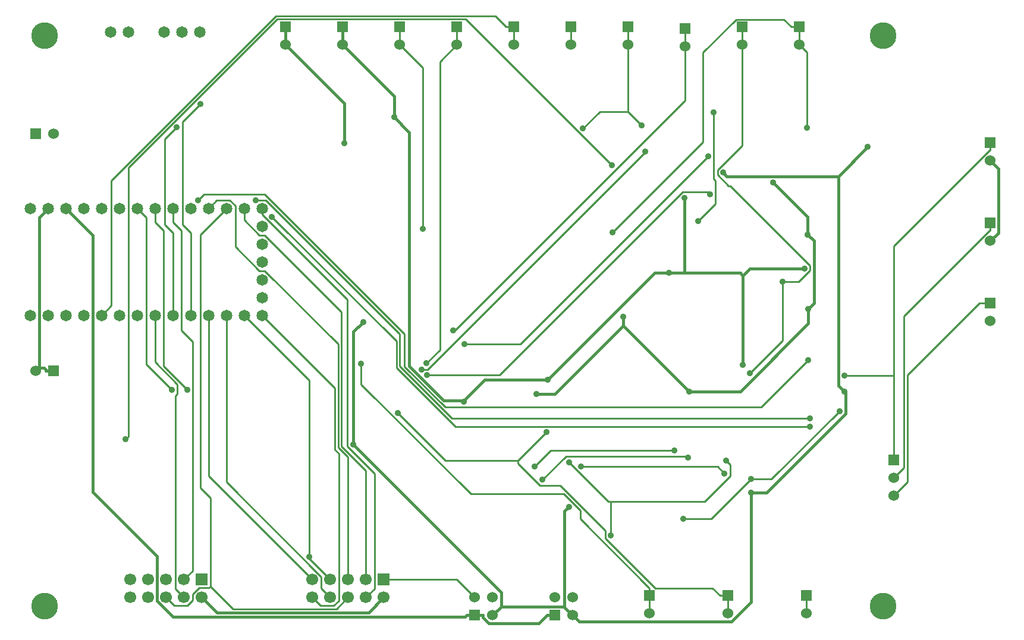
<source format=gbl>
%TF.GenerationSoftware,KiCad,Pcbnew,5.1.7-a382d34a8~87~ubuntu18.04.1*%
%TF.CreationDate,2023-01-07T11:56:03-08:00*%
%TF.ProjectId,potentiostat,706f7465-6e74-4696-9f73-7461742e6b69,rev?*%
%TF.SameCoordinates,Original*%
%TF.FileFunction,Copper,L2,Bot*%
%TF.FilePolarity,Positive*%
%FSLAX46Y46*%
G04 Gerber Fmt 4.6, Leading zero omitted, Abs format (unit mm)*
G04 Created by KiCad (PCBNEW 5.1.7-a382d34a8~87~ubuntu18.04.1) date 2023-01-07 11:56:03*
%MOMM*%
%LPD*%
G01*
G04 APERTURE LIST*
%TA.AperFunction,ComponentPad*%
%ADD10C,1.651000*%
%TD*%
%TA.AperFunction,ComponentPad*%
%ADD11R,1.524000X1.524000*%
%TD*%
%TA.AperFunction,ComponentPad*%
%ADD12C,1.524000*%
%TD*%
%TA.AperFunction,ComponentPad*%
%ADD13C,1.700000*%
%TD*%
%TA.AperFunction,ComponentPad*%
%ADD14R,1.700000X1.700000*%
%TD*%
%TA.AperFunction,ComponentPad*%
%ADD15C,3.810000*%
%TD*%
%TA.AperFunction,ViaPad*%
%ADD16C,0.889000*%
%TD*%
%TA.AperFunction,Conductor*%
%ADD17C,0.381000*%
%TD*%
%TA.AperFunction,Conductor*%
%ADD18C,0.254000*%
%TD*%
G04 APERTURE END LIST*
D10*
%TO.P,U2,33*%
%TO.N,Net-(U2-Pad33)*%
X52540000Y-79180000D03*
%TO.P,U2,32*%
%TO.N,/GND*%
X55080000Y-79180000D03*
%TO.P,U2,31*%
%TO.N,/5V*%
X57620000Y-79180000D03*
%TO.P,U2,30*%
%TO.N,/SW_WRK_ELECT*%
X60160000Y-79180000D03*
%TO.P,U2,29*%
%TO.N,/SW_REF_ELECT*%
X62700000Y-79180000D03*
%TO.P,U2,28*%
%TO.N,/SW_CTR_ELECT*%
X65240000Y-79180000D03*
%TO.P,U2,27*%
%TO.N,/TIA_GAIN_A1*%
X67780000Y-79180000D03*
%TO.P,U2,26*%
%TO.N,/TIA_GAIN_A0*%
X70320000Y-79180000D03*
%TO.P,U2,25*%
%TO.N,/D7*%
X72860000Y-79180000D03*
%TO.P,U2,24*%
%TO.N,Net-(U2-Pad24)*%
X75400000Y-79180000D03*
%TO.P,U2,23*%
%TO.N,/SCL*%
X77940000Y-79180000D03*
%TO.P,U2,22*%
%TO.N,/SDA*%
X80480000Y-79180000D03*
%TO.P,U2,21*%
%TO.N,/TX_D1*%
X83020000Y-79180000D03*
%TO.P,U2,20*%
%TO.N,/RX_D0*%
X85560000Y-79180000D03*
%TO.P,U2,19*%
%TO.N,/DAC_GAIN_A1*%
X85560000Y-81720000D03*
%TO.P,U2,18*%
%TO.N,/DAC_GAIN_A0*%
X85560000Y-84260000D03*
%TO.P,U2,17*%
%TO.N,Net-(U2-Pad17)*%
X85560000Y-86800000D03*
%TO.P,U2,16*%
%TO.N,Net-(U2-Pad16)*%
X85560000Y-89340000D03*
%TO.P,U2,15*%
%TO.N,Net-(U2-Pad15)*%
X85560000Y-91880000D03*
%TO.P,U2,14*%
%TO.N,/CS*%
X85560000Y-94420000D03*
%TO.P,U2,13*%
%TO.N,/POCI*%
X83020000Y-94420000D03*
%TO.P,U2,12*%
%TO.N,/PICO*%
X80480000Y-94420000D03*
%TO.P,U2,11*%
%TO.N,/SCK*%
X77940000Y-94420000D03*
%TO.P,U2,10*%
%TO.N,/REF_GAIN_A1*%
X75400000Y-94420000D03*
%TO.P,U2,9*%
%TO.N,/REF_GAIN_A0*%
X72860000Y-94420000D03*
%TO.P,U2,8*%
%TO.N,/A3_D17*%
X70320000Y-94420000D03*
%TO.P,U2,7*%
%TO.N,/REF_ELECT_UNI*%
X67780000Y-94420000D03*
%TO.P,U2,6*%
%TO.N,/TIA_OUT_UNI*%
X65240000Y-94420000D03*
%TO.P,U2,5*%
%TO.N,/DAC_UNI*%
X62700000Y-94420000D03*
%TO.P,U2,4*%
%TO.N,Net-(U2-Pad4)*%
X60160000Y-94420000D03*
%TO.P,U2,3*%
%TO.N,Net-(U2-Pad3)*%
X57620000Y-94420000D03*
%TO.P,U2,2*%
%TO.N,/3V3*%
X55080000Y-94420000D03*
%TO.P,U2,1*%
%TO.N,Net-(U2-Pad1)*%
X52540000Y-94420000D03*
%TD*%
D11*
%TO.P,P5,1*%
%TO.N,/GND*%
X53340000Y-68580000D03*
D12*
%TO.P,P5,2*%
X55880000Y-68580000D03*
%TD*%
D11*
%TO.P,K1,1*%
%TO.N,/CTR_ELECT_OUT*%
X175514000Y-115062000D03*
D12*
%TO.P,K1,2*%
%TO.N,/REF_ELECT_OUT*%
X175514000Y-117602000D03*
%TO.P,K1,3*%
%TO.N,/WRK_ELECT_OUT*%
X175514000Y-120142000D03*
%TD*%
D13*
%TO.P,P14,10*%
%TO.N,/CS*%
X66802000Y-134620000D03*
%TO.P,P14,9*%
%TO.N,/SCK*%
X66802000Y-132080000D03*
%TO.P,P14,8*%
%TO.N,/PICO*%
X69342000Y-134620000D03*
%TO.P,P14,7*%
%TO.N,/POCI*%
X69342000Y-132080000D03*
%TO.P,P14,6*%
%TO.N,/SDA*%
X71882000Y-134620000D03*
%TO.P,P14,5*%
%TO.N,/SCL*%
X71882000Y-132080000D03*
%TO.P,P14,4*%
%TO.N,/A3_D17*%
X74422000Y-134620000D03*
%TO.P,P14,3*%
%TO.N,/D7*%
X74422000Y-132080000D03*
%TO.P,P14,2*%
%TO.N,/GND*%
X76962000Y-134620000D03*
D14*
%TO.P,P14,1*%
%TO.N,/VEXP*%
X76962000Y-132080000D03*
%TD*%
D13*
%TO.P,P13,10*%
%TO.N,/CS*%
X92710000Y-134620000D03*
%TO.P,P13,9*%
%TO.N,/SCK*%
X92710000Y-132080000D03*
%TO.P,P13,8*%
%TO.N,/PICO*%
X95250000Y-134620000D03*
%TO.P,P13,7*%
%TO.N,/POCI*%
X95250000Y-132080000D03*
%TO.P,P13,6*%
%TO.N,/SDA*%
X97790000Y-134620000D03*
%TO.P,P13,5*%
%TO.N,/SCL*%
X97790000Y-132080000D03*
%TO.P,P13,4*%
%TO.N,/RX_D0*%
X100330000Y-134620000D03*
%TO.P,P13,3*%
%TO.N,/TX_D1*%
X100330000Y-132080000D03*
%TO.P,P13,2*%
%TO.N,/GND*%
X102870000Y-134620000D03*
D14*
%TO.P,P13,1*%
%TO.N,/VUEXT*%
X102870000Y-132080000D03*
%TD*%
D11*
%TO.P,P7,1*%
%TO.N,/DAC_BIP*%
X129540000Y-53340000D03*
D12*
%TO.P,P7,2*%
X129540000Y-55880000D03*
%TD*%
D11*
%TO.P,P9,1*%
%TO.N,/DAC_BIP_NX*%
X137668000Y-53340000D03*
D12*
%TO.P,P9,2*%
X137668000Y-55880000D03*
%TD*%
D11*
%TO.P,P20,1*%
%TO.N,/CTR_ELECT*%
X163068000Y-134366000D03*
D12*
%TO.P,P20,2*%
X163068000Y-136906000D03*
%TD*%
%TO.P,P21,2*%
%TO.N,/REF_ELECT_UNI*%
X145796000Y-56134000D03*
D11*
%TO.P,P21,1*%
X145796000Y-53594000D03*
%TD*%
%TO.P,P19,1*%
%TO.N,/REF_ELECT_BUF*%
X153924000Y-53340000D03*
D12*
%TO.P,P19,2*%
X153924000Y-55880000D03*
%TD*%
D11*
%TO.P,P6,1*%
%TO.N,/DAC_UNI*%
X121412000Y-53340000D03*
D12*
%TO.P,P6,2*%
X121412000Y-55880000D03*
%TD*%
D11*
%TO.P,P10,1*%
%TO.N,/REF_0V6*%
X105156000Y-53340000D03*
D12*
%TO.P,P10,2*%
X105156000Y-55880000D03*
%TD*%
D11*
%TO.P,P12,1*%
%TO.N,/+15V*%
X97028000Y-53340000D03*
D12*
%TO.P,P12,2*%
X97028000Y-55880000D03*
%TD*%
D11*
%TO.P,P11,1*%
%TO.N,/-15V*%
X88900000Y-53340000D03*
D12*
%TO.P,P11,2*%
X88900000Y-55880000D03*
%TD*%
D11*
%TO.P,P4,1*%
%TO.N,/GND*%
X55880000Y-102362000D03*
D12*
%TO.P,P4,2*%
X53340000Y-102362000D03*
%TD*%
D11*
%TO.P,P18,1*%
%TO.N,/TIA_OUT_UNI*%
X140716000Y-134366000D03*
D12*
%TO.P,P18,2*%
X140716000Y-136906000D03*
%TD*%
D11*
%TO.P,P17,1*%
%TO.N,/TIA_OUT_BIP*%
X151892000Y-134366000D03*
D12*
%TO.P,P17,2*%
X151892000Y-136906000D03*
%TD*%
D11*
%TO.P,P8,1*%
%TO.N,/REF_NEG_0V6*%
X113284000Y-53340000D03*
D12*
%TO.P,P8,2*%
X113284000Y-55880000D03*
%TD*%
D11*
%TO.P,P16,1*%
%TO.N,/5V*%
X127254000Y-137160000D03*
D12*
%TO.P,P16,2*%
%TO.N,/VEXP*%
X127254000Y-134620000D03*
%TO.P,P16,3*%
%TO.N,/3V3*%
X129794000Y-137160000D03*
%TO.P,P16,4*%
%TO.N,/VEXP*%
X129794000Y-134620000D03*
%TD*%
D11*
%TO.P,P15,1*%
%TO.N,/5V*%
X115824000Y-137160000D03*
D12*
%TO.P,P15,2*%
%TO.N,/VUEXT*%
X115824000Y-134620000D03*
%TO.P,P15,3*%
%TO.N,/3V3*%
X118364000Y-137160000D03*
%TO.P,P15,4*%
%TO.N,/VUEXT*%
X118364000Y-134620000D03*
%TD*%
D15*
%TO.P,H3,*%
%TO.N,*%
X173990000Y-135890000D03*
%TD*%
%TO.P,H4,*%
%TO.N,*%
X54610000Y-135890000D03*
%TD*%
%TO.P,H1,*%
%TO.N,*%
X54610000Y-54610000D03*
%TD*%
%TO.P,H2,*%
%TO.N,*%
X173990000Y-54610000D03*
%TD*%
D11*
%TO.P,P22,1*%
%TO.N,/REF_ELECT_BIP*%
X162052000Y-53340000D03*
D12*
%TO.P,P22,2*%
X162052000Y-55880000D03*
%TD*%
%TO.P,P1,2*%
%TO.N,/GND*%
X189230000Y-72390000D03*
D11*
%TO.P,P1,1*%
%TO.N,/CTR_ELECT_OUT*%
X189230000Y-69850000D03*
%TD*%
%TO.P,P2,1*%
%TO.N,/REF_ELECT_OUT*%
X189230000Y-81280000D03*
D12*
%TO.P,P2,2*%
%TO.N,/GND*%
X189230000Y-83820000D03*
%TD*%
%TO.P,P3,2*%
%TO.N,/GND*%
X189230000Y-95250000D03*
D11*
%TO.P,P3,1*%
%TO.N,/WRK_ELECT_OUT*%
X189230000Y-92710000D03*
%TD*%
D10*
%TO.P,U6,1*%
%TO.N,/5V*%
X64008000Y-54102000D03*
%TO.P,U6,2*%
%TO.N,/GND*%
X66548000Y-54102000D03*
%TO.P,U6,4*%
%TO.N,/-15V*%
X71628000Y-54102000D03*
%TO.P,U6,5*%
%TO.N,/GND*%
X74168000Y-54102000D03*
%TO.P,U6,6*%
%TO.N,/+15V*%
X76708000Y-54102000D03*
%TD*%
D16*
%TO.N,/3V3*%
X151174100Y-74051400D03*
X171800400Y-70397100D03*
X168481800Y-105310600D03*
X98540700Y-112860600D03*
X99936900Y-95346900D03*
X129226900Y-121693200D03*
X155213500Y-119698600D03*
%TO.N,/DAC_BIP_NX*%
X139634300Y-67384300D03*
X131242700Y-67818000D03*
%TO.N,/REF_0V6*%
X108449300Y-82103100D03*
%TO.N,/REF_ELECT_BUF*%
X154985600Y-102694700D03*
X159664400Y-89664200D03*
%TO.N,/REF_ELECT_UNI*%
X112786100Y-96526700D03*
%TO.N,/TIA_OUT_BIP*%
X104897500Y-108359200D03*
X126045200Y-111085300D03*
%TO.N,/TIA_OUT_UNI*%
X99664200Y-101340400D03*
%TO.N,/WRK_ELECT*%
X145498100Y-123397800D03*
X167778500Y-108044600D03*
X155201800Y-117733300D03*
%TO.N,/-15V*%
X158338300Y-75473500D03*
X124637800Y-105641900D03*
X146348700Y-105249400D03*
X136977700Y-94590500D03*
X163289200Y-93534700D03*
X97254000Y-69869800D03*
X163225700Y-82931000D03*
%TO.N,/+15V*%
X104339200Y-66167000D03*
X114297000Y-106735800D03*
X126256500Y-103625000D03*
X143496400Y-88350200D03*
X162815400Y-87736600D03*
X153984000Y-101514700D03*
X145698900Y-77717500D03*
%TO.N,Net-(C25-Pad1)*%
X144280000Y-113697500D03*
X124396500Y-115951000D03*
%TO.N,Net-(C28-Pad1)*%
X151406800Y-116936800D03*
X130942800Y-115951000D03*
%TO.N,/CTR_ELECT_OUT*%
X168490900Y-102997000D03*
%TO.N,/REF_NEG_0V6*%
X108964300Y-101263400D03*
%TO.N,/REF_ELECT_BIP*%
X135448100Y-82617000D03*
X163133200Y-67684400D03*
%TO.N,Net-(R10-Pad2)*%
X149882500Y-65518200D03*
X147636400Y-80954700D03*
%TO.N,/SW_GAIN_1X*%
X114351000Y-98520100D03*
X149074600Y-71793000D03*
%TO.N,/SW_GAIN_2X*%
X108286000Y-102172200D03*
X140143400Y-71122600D03*
%TO.N,/SW_GAIN_5X*%
X66114500Y-112078500D03*
X135365100Y-73064400D03*
%TO.N,/SW_GAIN_10X*%
X109045500Y-102958000D03*
X149299800Y-77152800D03*
%TO.N,/REF_GAIN_A1*%
X76768000Y-64283600D03*
%TO.N,/REF_GAIN_A0*%
X73375000Y-67641400D03*
%TO.N,/SW_WRK_ELECT*%
X84639600Y-78008100D03*
X163541000Y-109080400D03*
%TO.N,/SW_REF_ELECT*%
X86968500Y-80365700D03*
X163531500Y-110299600D03*
%TO.N,/SW_CTR_ELECT*%
X76461600Y-78020500D03*
X163286000Y-100835900D03*
%TO.N,/TIA_GAIN_A1*%
X72718600Y-105049600D03*
%TO.N,/TIA_GAIN_A0*%
X74890500Y-105011200D03*
%TO.N,/SW_TIA_GAIN_4*%
X151593700Y-115083300D03*
X129249900Y-115323200D03*
X135200700Y-125812200D03*
%TO.N,/SW_TIA_GAIN_1*%
X146184500Y-114649400D03*
X125472900Y-117856000D03*
%TO.N,/POCI*%
X92241900Y-128836300D03*
%TD*%
D17*
%TO.N,/3V3*%
X167597500Y-74600000D02*
X171800400Y-70397100D01*
X168481800Y-105310600D02*
X167597500Y-104426300D01*
X167597500Y-104426300D02*
X167597500Y-74600000D01*
X167597500Y-74600000D02*
X151722700Y-74600000D01*
X151722700Y-74600000D02*
X151174100Y-74051400D01*
X155213500Y-119698600D02*
X157377800Y-119698600D01*
X157377800Y-119698600D02*
X168617100Y-108459300D01*
X168617100Y-108459300D02*
X168617100Y-105445900D01*
X168617100Y-105445900D02*
X168481800Y-105310600D01*
X129794000Y-137160000D02*
X130715400Y-138081400D01*
X130715400Y-138081400D02*
X152422500Y-138081400D01*
X152422500Y-138081400D02*
X155213500Y-135290400D01*
X155213500Y-135290400D02*
X155213500Y-119698600D01*
X128629800Y-135949100D02*
X128629800Y-135995800D01*
X128629800Y-135995800D02*
X129794000Y-137160000D01*
X129226900Y-121693200D02*
X128629800Y-122290300D01*
X128629800Y-122290300D02*
X128629800Y-135949100D01*
X128629800Y-135949100D02*
X119574900Y-135949100D01*
X119574900Y-135949100D02*
X118364000Y-137160000D01*
X98540700Y-112860600D02*
X119574900Y-133894800D01*
X119574900Y-133894800D02*
X119574900Y-135949100D01*
X99936900Y-95346900D02*
X98540700Y-96743100D01*
X98540700Y-96743100D02*
X98540700Y-112860600D01*
%TO.N,/5V*%
X57620000Y-79180000D02*
X61429900Y-82989900D01*
X61429900Y-82989900D02*
X61429900Y-119571900D01*
X61429900Y-119571900D02*
X70612000Y-128754000D01*
X70612000Y-128754000D02*
X70612000Y-135110900D01*
X70612000Y-135110900D02*
X72875900Y-137374800D01*
X72875900Y-137374800D02*
X114453200Y-137374800D01*
X114453200Y-137374800D02*
X114668000Y-137160000D01*
X115824000Y-137160000D02*
X114668000Y-137160000D01*
X115824000Y-137160000D02*
X116980000Y-137160000D01*
X116980000Y-137160000D02*
X116980000Y-137449100D01*
X116980000Y-137449100D02*
X117846900Y-138316000D01*
X117846900Y-138316000D02*
X124942000Y-138316000D01*
X124942000Y-138316000D02*
X126098000Y-137160000D01*
X127254000Y-137160000D02*
X126098000Y-137160000D01*
D18*
%TO.N,/CS*%
X85560000Y-94420000D02*
X95935700Y-104795700D01*
X95935700Y-104795700D02*
X95935700Y-113546800D01*
X95935700Y-113546800D02*
X96464900Y-114076000D01*
X96464900Y-114076000D02*
X96464900Y-135088100D01*
X96464900Y-135088100D02*
X95750700Y-135802300D01*
X95750700Y-135802300D02*
X93892300Y-135802300D01*
X93892300Y-135802300D02*
X92710000Y-134620000D01*
%TO.N,/CTR_ELECT*%
X163068000Y-136906000D02*
X163068000Y-134366000D01*
%TO.N,/DAC_BIP*%
X129540000Y-53340000D02*
X129540000Y-55880000D01*
%TO.N,/DAC_BIP_NX*%
X137668000Y-65418000D02*
X139634300Y-67384300D01*
X137668000Y-65418000D02*
X137668000Y-55880000D01*
X131242700Y-67818000D02*
X133642700Y-65418000D01*
X133642700Y-65418000D02*
X137668000Y-65418000D01*
X137668000Y-55880000D02*
X137668000Y-53340000D01*
%TO.N,/DAC_UNI*%
X120319500Y-53340000D02*
X118742500Y-51763000D01*
X118742500Y-51763000D02*
X87510400Y-51763000D01*
X87510400Y-51763000D02*
X64083900Y-75189500D01*
X64083900Y-75189500D02*
X64083900Y-93036100D01*
X64083900Y-93036100D02*
X62700000Y-94420000D01*
X121412000Y-53340000D02*
X120319500Y-53340000D01*
X121412000Y-53340000D02*
X121412000Y-55880000D01*
D17*
%TO.N,/GND*%
X189230000Y-83820000D02*
X190386100Y-82663900D01*
X190386100Y-82663900D02*
X190386100Y-73546100D01*
X190386100Y-73546100D02*
X189230000Y-72390000D01*
X76962000Y-134620000D02*
X79122800Y-136780800D01*
X79122800Y-136780800D02*
X100709200Y-136780800D01*
X100709200Y-136780800D02*
X102870000Y-134620000D01*
X53810000Y-101892000D02*
X53340000Y-102362000D01*
X55080000Y-79180000D02*
X53810000Y-80450000D01*
X53810000Y-80450000D02*
X53810000Y-101892000D01*
X53810000Y-101892000D02*
X54482700Y-101892000D01*
X54482700Y-101892000D02*
X54724000Y-102133300D01*
X54724000Y-102133300D02*
X54724000Y-102362000D01*
X55880000Y-102362000D02*
X54724000Y-102362000D01*
D18*
%TO.N,/REF_0V6*%
X108449300Y-82103100D02*
X108449300Y-59173300D01*
X108449300Y-59173300D02*
X105156000Y-55880000D01*
X105156000Y-55880000D02*
X105156000Y-53340000D01*
%TO.N,/REF_ELECT_BUF*%
X153924000Y-55880000D02*
X153924000Y-70205500D01*
X153924000Y-70205500D02*
X150399100Y-73730400D01*
X150399100Y-73730400D02*
X150399100Y-74385000D01*
X150399100Y-74385000D02*
X151967200Y-75953100D01*
X151967200Y-75953100D02*
X152207800Y-75953100D01*
X152207800Y-75953100D02*
X163590400Y-87335700D01*
X163590400Y-87335700D02*
X163590400Y-88057700D01*
X163590400Y-88057700D02*
X161983900Y-89664200D01*
X161983900Y-89664200D02*
X159664400Y-89664200D01*
X159664400Y-89664200D02*
X159664400Y-98015900D01*
X159664400Y-98015900D02*
X154985600Y-102694700D01*
X153924000Y-53340000D02*
X153924000Y-55880000D01*
%TO.N,/REF_ELECT_UNI*%
X112786100Y-96526700D02*
X113054000Y-96526700D01*
X113054000Y-96526700D02*
X145796000Y-63784700D01*
X145796000Y-63784700D02*
X145796000Y-56134000D01*
X145796000Y-56134000D02*
X145796000Y-53594000D01*
%TO.N,/SCK*%
X92710000Y-132080000D02*
X77940000Y-117310000D01*
X77940000Y-117310000D02*
X77940000Y-94420000D01*
%TO.N,/SCL*%
X77940000Y-79180000D02*
X79100700Y-78019300D01*
X79100700Y-78019300D02*
X80958800Y-78019300D01*
X80958800Y-78019300D02*
X81750000Y-78810500D01*
X81750000Y-78810500D02*
X81750000Y-84650200D01*
X81750000Y-84650200D02*
X85169800Y-88070000D01*
X85169800Y-88070000D02*
X85935800Y-88070000D01*
X85935800Y-88070000D02*
X96393200Y-98527400D01*
X96393200Y-98527400D02*
X96393200Y-113230200D01*
X96393200Y-113230200D02*
X97790000Y-114627000D01*
X97790000Y-114627000D02*
X97790000Y-132080000D01*
%TO.N,/SDA*%
X78188100Y-133025600D02*
X81422300Y-136259800D01*
X81422300Y-136259800D02*
X96150200Y-136259800D01*
X96150200Y-136259800D02*
X97790000Y-134620000D01*
X78188100Y-133025600D02*
X78188100Y-120459200D01*
X78188100Y-120459200D02*
X76759100Y-119030200D01*
X76759100Y-119030200D02*
X76759100Y-82900900D01*
X76759100Y-82900900D02*
X80480000Y-79180000D01*
X71882000Y-134620000D02*
X73062600Y-135800600D01*
X73062600Y-135800600D02*
X74922600Y-135800600D01*
X74922600Y-135800600D02*
X75692000Y-135031200D01*
X75692000Y-135031200D02*
X75692000Y-134146100D01*
X75692000Y-134146100D02*
X76577500Y-133260600D01*
X76577500Y-133260600D02*
X77953100Y-133260600D01*
X77953100Y-133260600D02*
X78188100Y-133025600D01*
%TO.N,/TIA_OUT_BIP*%
X121987500Y-115143000D02*
X111681300Y-115143000D01*
X111681300Y-115143000D02*
X104897500Y-108359200D01*
X121987500Y-115143000D02*
X121987500Y-115508300D01*
X121987500Y-115508300D02*
X125110300Y-118631100D01*
X125110300Y-118631100D02*
X127971300Y-118631100D01*
X127971300Y-118631100D02*
X134425700Y-125085500D01*
X134425700Y-125085500D02*
X134425700Y-126177700D01*
X134425700Y-126177700D02*
X141521500Y-133273500D01*
X141521500Y-133273500D02*
X149707000Y-133273500D01*
X149707000Y-133273500D02*
X150799500Y-134366000D01*
X126045200Y-111085300D02*
X121987500Y-115143000D01*
X151892000Y-134366000D02*
X150799500Y-134366000D01*
X151892000Y-136906000D02*
X151892000Y-134366000D01*
%TO.N,/TIA_OUT_UNI*%
X140716000Y-133273500D02*
X130886600Y-123444100D01*
X130886600Y-123444100D02*
X130886600Y-122193500D01*
X130886600Y-122193500D02*
X128534600Y-119841500D01*
X128534600Y-119841500D02*
X115268600Y-119841500D01*
X115268600Y-119841500D02*
X99664200Y-104237100D01*
X99664200Y-104237100D02*
X99664200Y-101340400D01*
X140716000Y-134366000D02*
X140716000Y-133273500D01*
X140716000Y-134366000D02*
X140716000Y-136906000D01*
%TO.N,/VUEXT*%
X102870000Y-132080000D02*
X113284000Y-132080000D01*
X113284000Y-132080000D02*
X115824000Y-134620000D01*
%TO.N,/WRK_ELECT*%
X155201800Y-117733300D02*
X158089800Y-117733300D01*
X158089800Y-117733300D02*
X167778500Y-108044600D01*
X145498100Y-123397800D02*
X149537300Y-123397800D01*
X149537300Y-123397800D02*
X155201800Y-117733300D01*
D17*
%TO.N,/-15V*%
X158338300Y-75473500D02*
X163225700Y-80360900D01*
X163225700Y-80360900D02*
X163225700Y-82931000D01*
X163225700Y-82931000D02*
X164111400Y-83816700D01*
X164111400Y-83816700D02*
X164111400Y-92712500D01*
X164111400Y-92712500D02*
X163289200Y-93534700D01*
X136977700Y-95878400D02*
X146348700Y-105249400D01*
X136977700Y-94590500D02*
X136977700Y-95878400D01*
X136977700Y-95878400D02*
X127214200Y-105641900D01*
X127214200Y-105641900D02*
X124637800Y-105641900D01*
X163289200Y-93534700D02*
X163289200Y-95589400D01*
X163289200Y-95589400D02*
X153629200Y-105249400D01*
X153629200Y-105249400D02*
X146348700Y-105249400D01*
X88900000Y-55880000D02*
X97254000Y-64234000D01*
X97254000Y-64234000D02*
X97254000Y-69869800D01*
X88900000Y-53340000D02*
X88900000Y-55880000D01*
%TO.N,/+15V*%
X114297000Y-106544400D02*
X117216400Y-103625000D01*
X117216400Y-103625000D02*
X126256500Y-103625000D01*
X114297000Y-106735800D02*
X114297000Y-106544400D01*
X114297000Y-106544400D02*
X111414800Y-106544400D01*
X111414800Y-106544400D02*
X106510500Y-101640100D01*
X106510500Y-101640100D02*
X106510500Y-68338300D01*
X106510500Y-68338300D02*
X104339200Y-66167000D01*
X97028000Y-55880000D02*
X104339200Y-63191200D01*
X104339200Y-63191200D02*
X104339200Y-66167000D01*
X97028000Y-53340000D02*
X97028000Y-55880000D01*
X143496400Y-88381800D02*
X141499700Y-88381800D01*
X141499700Y-88381800D02*
X126256500Y-103625000D01*
X143496400Y-88381800D02*
X145698900Y-88381800D01*
X143496400Y-88350200D02*
X143496400Y-88381800D01*
X145698900Y-88381800D02*
X153626500Y-88381800D01*
X153626500Y-88381800D02*
X153984000Y-88739300D01*
X145698900Y-77717500D02*
X145698900Y-88381800D01*
X153984000Y-88739300D02*
X153984000Y-101514700D01*
X162815400Y-87736600D02*
X154986700Y-87736600D01*
X154986700Y-87736600D02*
X153984000Y-88739300D01*
D18*
%TO.N,Net-(C25-Pad1)*%
X124396500Y-115951000D02*
X126650000Y-113697500D01*
X126650000Y-113697500D02*
X144280000Y-113697500D01*
%TO.N,Net-(C28-Pad1)*%
X151406800Y-116936800D02*
X150421000Y-115951000D01*
X150421000Y-115951000D02*
X130942800Y-115951000D01*
%TO.N,/WRK_ELECT_OUT*%
X189230000Y-92710000D02*
X187678300Y-92710000D01*
X187678300Y-92710000D02*
X177459400Y-102928900D01*
X177459400Y-102928900D02*
X177459400Y-118196600D01*
X177459400Y-118196600D02*
X175514000Y-120142000D01*
%TO.N,/REF_ELECT_OUT*%
X175514000Y-117602000D02*
X176961100Y-116154900D01*
X176961100Y-116154900D02*
X176961100Y-94504800D01*
X176961100Y-94504800D02*
X189093400Y-82372500D01*
X189093400Y-82372500D02*
X189230000Y-82372500D01*
X189230000Y-81280000D02*
X189230000Y-82372500D01*
%TO.N,/CTR_ELECT_OUT*%
X175514000Y-102997000D02*
X168490900Y-102997000D01*
X175514000Y-102997000D02*
X175514000Y-115062000D01*
X189230000Y-70942500D02*
X189093400Y-70942500D01*
X189093400Y-70942500D02*
X175514000Y-84521900D01*
X175514000Y-84521900D02*
X175514000Y-102997000D01*
X189230000Y-69850000D02*
X189230000Y-70942500D01*
%TO.N,/REF_NEG_0V6*%
X113284000Y-55880000D02*
X110894900Y-58269100D01*
X110894900Y-58269100D02*
X110894900Y-99332800D01*
X110894900Y-99332800D02*
X108964300Y-101263400D01*
X113284000Y-53340000D02*
X113284000Y-55880000D01*
%TO.N,/REF_ELECT_BIP*%
X161505800Y-53340000D02*
X162052000Y-53886200D01*
X162052000Y-53886200D02*
X162052000Y-55880000D01*
X161505800Y-53340000D02*
X160959500Y-53340000D01*
X162052000Y-53340000D02*
X161505800Y-53340000D01*
X162052000Y-55880000D02*
X163133200Y-56961200D01*
X163133200Y-56961200D02*
X163133200Y-67684400D01*
X160959500Y-53340000D02*
X159866900Y-52247400D01*
X159866900Y-52247400D02*
X153023800Y-52247400D01*
X153023800Y-52247400D02*
X148299600Y-56971600D01*
X148299600Y-56971600D02*
X148299600Y-69765500D01*
X148299600Y-69765500D02*
X135448100Y-82617000D01*
%TO.N,Net-(R10-Pad2)*%
X149882500Y-65518200D02*
X149882500Y-75007800D01*
X149882500Y-75007800D02*
X150074800Y-75200100D01*
X150074800Y-75200100D02*
X150074800Y-78516300D01*
X150074800Y-78516300D02*
X147636400Y-80954700D01*
%TO.N,/SW_GAIN_1X*%
X114351000Y-98520100D02*
X122347500Y-98520100D01*
X122347500Y-98520100D02*
X149074600Y-71793000D01*
%TO.N,/SW_GAIN_2X*%
X140143400Y-71122600D02*
X140143400Y-71183800D01*
X140143400Y-71183800D02*
X109155000Y-102172200D01*
X109155000Y-102172200D02*
X108286000Y-102172200D01*
%TO.N,/SW_GAIN_5X*%
X135365100Y-73064400D02*
X114521300Y-52220600D01*
X114521300Y-52220600D02*
X87699800Y-52220600D01*
X87699800Y-52220600D02*
X66510000Y-73410400D01*
X66510000Y-73410400D02*
X66510000Y-111683000D01*
X66510000Y-111683000D02*
X66114500Y-112078500D01*
%TO.N,/SW_GAIN_10X*%
X149299800Y-77152800D02*
X149019800Y-76872800D01*
X149019800Y-76872800D02*
X145447600Y-76872800D01*
X145447600Y-76872800D02*
X119362500Y-102957900D01*
X119362500Y-102957900D02*
X109045500Y-102957900D01*
X109045500Y-102957900D02*
X109045500Y-102958000D01*
%TO.N,/REF_GAIN_A1*%
X75400000Y-94420000D02*
X75400000Y-82690400D01*
X75400000Y-82690400D02*
X74208900Y-81499300D01*
X74208900Y-81499300D02*
X74208900Y-66842700D01*
X74208900Y-66842700D02*
X76768000Y-64283600D01*
%TO.N,/REF_GAIN_A0*%
X73375000Y-67641400D02*
X71676700Y-69339700D01*
X71676700Y-69339700D02*
X71676700Y-81507100D01*
X71676700Y-81507100D02*
X72860000Y-82690400D01*
X72860000Y-82690400D02*
X72860000Y-94420000D01*
%TO.N,/SW_WRK_ELECT*%
X84639600Y-78008100D02*
X86058500Y-78008100D01*
X86058500Y-78008100D02*
X105144400Y-97094000D01*
X105144400Y-97094000D02*
X105144400Y-101670400D01*
X105144400Y-101670400D02*
X112554400Y-109080400D01*
X112554400Y-109080400D02*
X163541000Y-109080400D01*
%TO.N,/SW_REF_ELECT*%
X86968500Y-80365700D02*
X104681000Y-98078200D01*
X104681000Y-98078200D02*
X104681000Y-101859900D01*
X104681000Y-101859900D02*
X113120700Y-110299600D01*
X113120700Y-110299600D02*
X163531500Y-110299600D01*
%TO.N,/SW_CTR_ELECT*%
X76461600Y-78020500D02*
X77280700Y-77201400D01*
X77280700Y-77201400D02*
X85906900Y-77201400D01*
X85906900Y-77201400D02*
X105821100Y-97115600D01*
X105821100Y-97115600D02*
X105821100Y-101700000D01*
X105821100Y-101700000D02*
X111648400Y-107527300D01*
X111648400Y-107527300D02*
X156594600Y-107527300D01*
X156594600Y-107527300D02*
X163286000Y-100835900D01*
%TO.N,/TIA_GAIN_A1*%
X67780000Y-79180000D02*
X69050000Y-80450000D01*
X69050000Y-80450000D02*
X69050000Y-101381000D01*
X69050000Y-101381000D02*
X72718600Y-105049600D01*
%TO.N,/TIA_GAIN_A0*%
X70320000Y-79180000D02*
X70320000Y-81120700D01*
X70320000Y-81120700D02*
X71542500Y-82343200D01*
X71542500Y-82343200D02*
X71542500Y-101663200D01*
X71542500Y-101663200D02*
X74890500Y-105011200D01*
%TO.N,/SW_TIA_GAIN_4*%
X135200700Y-120918400D02*
X134814000Y-120918400D01*
X134814000Y-120918400D02*
X129249900Y-115354300D01*
X129249900Y-115354300D02*
X129249900Y-115323200D01*
X135200700Y-125812200D02*
X135200700Y-120918400D01*
X135200700Y-120918400D02*
X148556600Y-120918400D01*
X148556600Y-120918400D02*
X152181900Y-117293100D01*
X152181900Y-117293100D02*
X152181900Y-115671500D01*
X152181900Y-115671500D02*
X151593700Y-115083300D01*
%TO.N,/SW_TIA_GAIN_1*%
X146184500Y-114649400D02*
X146060300Y-114525200D01*
X146060300Y-114525200D02*
X128803700Y-114525200D01*
X128803700Y-114525200D02*
X125472900Y-117856000D01*
%TO.N,/PICO*%
X95250000Y-134620000D02*
X93980000Y-133350000D01*
X93980000Y-133350000D02*
X93980000Y-131679600D01*
X93980000Y-131679600D02*
X80480000Y-118179600D01*
X80480000Y-118179600D02*
X80480000Y-94420000D01*
%TO.N,/POCI*%
X83020000Y-94420000D02*
X92241900Y-103641900D01*
X92241900Y-103641900D02*
X92241900Y-128836300D01*
X95250000Y-132080000D02*
X92241900Y-129071900D01*
X92241900Y-129071900D02*
X92241900Y-128836300D01*
%TO.N,/RX_D0*%
X85560000Y-79180000D02*
X85560000Y-80069100D01*
X85560000Y-80069100D02*
X97663900Y-92173000D01*
X97663900Y-92173000D02*
X97663900Y-113080000D01*
X97663900Y-113080000D02*
X101548100Y-116964200D01*
X101548100Y-116964200D02*
X101548100Y-133401900D01*
X101548100Y-133401900D02*
X100330000Y-134620000D01*
%TO.N,/TX_D1*%
X83020000Y-79180000D02*
X83020000Y-80840200D01*
X83020000Y-80840200D02*
X85169800Y-82990000D01*
X85169800Y-82990000D02*
X85935800Y-82990000D01*
X85935800Y-82990000D02*
X96850700Y-93904900D01*
X96850700Y-93904900D02*
X96850700Y-113040700D01*
X96850700Y-113040700D02*
X100330000Y-116520000D01*
X100330000Y-116520000D02*
X100330000Y-132080000D01*
%TO.N,/A3_D17*%
X74422000Y-134620000D02*
X73202800Y-133400800D01*
X73202800Y-133400800D02*
X73202800Y-105884100D01*
X73202800Y-105884100D02*
X73502100Y-105584800D01*
X73502100Y-105584800D02*
X73502100Y-104274500D01*
X73502100Y-104274500D02*
X70320000Y-101092400D01*
X70320000Y-101092400D02*
X70320000Y-94420000D01*
%TO.N,/D7*%
X72860000Y-79180000D02*
X72860000Y-81120700D01*
X72860000Y-81120700D02*
X74074700Y-82335400D01*
X74074700Y-82335400D02*
X74074700Y-96608000D01*
X74074700Y-96608000D02*
X75665500Y-98198800D01*
X75665500Y-98198800D02*
X75665500Y-130836500D01*
X75665500Y-130836500D02*
X74422000Y-132080000D01*
%TD*%
M02*

</source>
